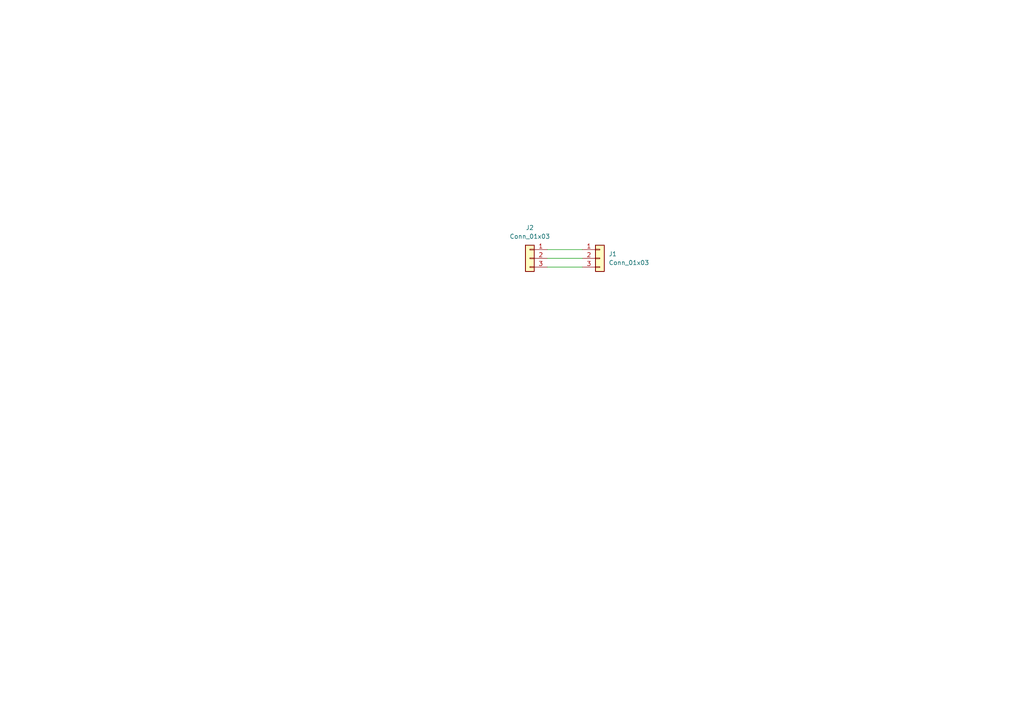
<source format=kicad_sch>
(kicad_sch (version 20231120) (generator "eeschema") (generator_version "8.0")
  (paper "A4")
  (lib_symbols
    (symbol "Connector_Generic:Conn_01x03" (pin_names (offset 1.016) hide)
      (property "Reference" "J" (at 0 5.08 0))
      (property "Value" "Conn_01x03" (at 0 -5.08 0))
      (symbol "Conn_01x03_1_1"
        (rectangle (start -1.27 -2.413) (end 0 -2.667) (stroke (width 0.1524)))
        (rectangle (start -1.27 0.127) (end 0 -0.127) (stroke (width 0.1524)))
        (rectangle (start -1.27 2.667) (end 0 2.413) (stroke (width 0.1524)))
        (rectangle (start -1.27 3.81) (end 1.27 -3.81) (stroke (width 0.254)) (fill (type background)))
        (pin passive line (at -5.08 2.54 0) (length 3.81) (name "Pin_1") (number "1"))
        (pin passive line (at -5.08 0 0) (length 3.81) (name "Pin_2") (number "2"))
        (pin passive line (at -5.08 -2.54 0) (length 3.81) (name "Pin_3") (number "3"))
      )
    )
  )
  (wire (pts (xy 158.75 72.39) (xy 168.91 72.39)))
  (wire (pts (xy 158.75 74.93) (xy 168.91 74.93)))
  (wire (pts (xy 158.75 77.47) (xy 168.91 77.47)))
  (symbol (lib_id "Connector_Generic:Conn_01x03") (at 153.67 74.93 0) (mirror y) (unit 1)
    (property "Reference" "J2" (at 153.67 66.04 0))
    (property "Value" "Conn_01x03" (at 153.67 68.58 0))
    (property "Footprint" "Connector_JST:JST_PH_S3B-PH-SM4-TB_1x03-1MP_P2.00mm_Horizontal" (effects (hide yes)))
    (property "Description" "Generic connector, single row, 01x03, script generated (kicad-library-utils/schlib/autogen/connector/)" (effects (hide yes)))
  )
  (symbol (lib_id "Connector_Generic:Conn_01x03") (at 173.99 74.93 0) (unit 1)
    (property "Reference" "J1" (at 176.53 73.6599 0) (effects (justify left)))
    (property "Value" "Conn_01x03" (at 176.53 76.1999 0) (effects (justify left)))
    (property "Footprint" "Connector_PinHeader_2.54mm:PinHeader_1x03_P2.54mm_Vertical" (effects (hide yes)))
    (property "Description" "Generic connector, single row, 01x03, script generated (kicad-library-utils/schlib/autogen/connector/)" (effects (hide yes)))
  )
)
</source>
